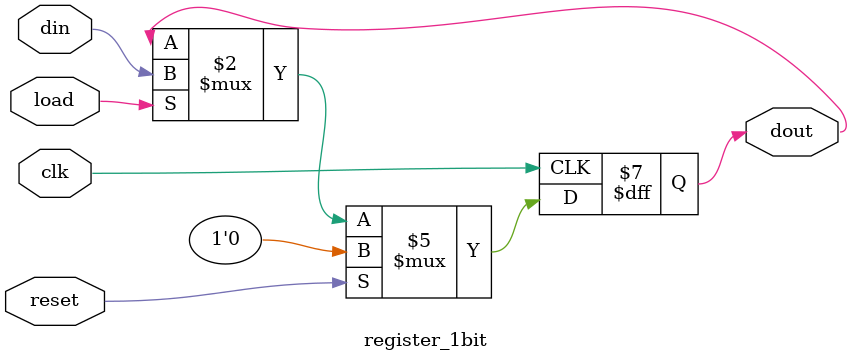
<source format=sv>
`include "assert_macros.sv"
	
	typedef enum {
	  
	  start  	,
	  fetch0  	,
	  fetch1	, 
	  fetch2	,
	  decode	, 
	  not_and_add0,	
	  jsr0,
	  br0 ,
	  ld0 ,
	  ld1 ,
	  ld2 ,
	  st0 ,
	  st1 ,
	  st2 ,
	  jmp0,
	  ldi0,
	  ldi1,
	  ldi2,
	  ldi3,
	  ldi4,
	  ldr0,
	  ldr1,
	  ldr2,
	  lea0,
	  sti0,
	  sti1,
	  sti2,
	  sti3,
	  sti4,
	  str0,
	  str1,
	  str2,
	  trap0,
	  trap1,
	  jsrr0,
	  rti,
	  ioe
	  
    } stateTypedef;


module khalil_LC3(clk, reset, memwe, mdr, mar, memOut);

    output logic [15:0] mdr, mar;
	output logic memwe;
	input logic [15:0] memOut;
    input logic clk; 
    input logic reset;
	logic [15:0] pc, r0_out, r1_out, r2_out, r3_out, r4_out, r5_out, r6_out, r7_out;
	logic n_flag, z_flag, p_flag;
	
	int state_logic;
	assign state_logic = Control.currentState;
	int dut_id = 1;

	logic[15:0] ir;
    logic[1:0] aluControl;
    logic[2:0] SR1;
    logic[2:0] SR2;
	  logic[2:0] DR;
    logic[1:0] selPC;
    logic[1:0] selEAB2;
    logic enaALU;
    logic regWE;
    logic enaMARM;
    logic selMAR;
    logic selEAB1;
    logic enaPC;
    logic ldPC;
    logic ldIR;
    logic enaMDR;
    logic flagWE;
	logic [15:0] Buss; 
	
/* 	ERR_RESET_SHOULD_SET_ALL_REGISTERS_TO_ZERO:
		`assert_clk(reset |-> pc==16'h0 && ir==16'h0 && mdr==16'h0 && mar==16'h0 && n_flag==0 && z_flag==0 && p_flag==0);
	
	ERR_FLAGS_SHOULD_NOT_BE_HIGH_AT_THE_SAME_TIME:
		`assert_clk(!((n_flag && p_flag) || (n_flag && z_flag) || (z_flag && p_flag)));
	
	ERR_MEMWE_IS_HIGH_DURING_NON_STORE_INSTRUCTION:
		`assert_clk((Control.opCode != 4'b0011) && (Control.opCode != 4'b0111) && (Control.opCode != 4'b1011) |-> !memwe);
	
	ERR_MEMWE_IS_HIGH_FOR_MORE_THAN_ONE_CLK_CYCLE:
		`assert_clk(memwe |-> ##1 !memwe);
	
	ERR_MORE_THAN_ONE_BUS_DRIVER:
		`assert_clk($onehot0({enaPC, enaMARM, enaMDR, enaALU})); */



	Datapath Datapath(.N(n_flag), .Z(z_flag), .P(p_flag), .IR(ir), .aluControl(aluControl), .SR1(SR1), .SR2(SR2), .DR(DR), .selPC(selPC), .selEAB2(selEAB2), .enaALU(enaALU), .regWE(regWE), .enaMARM(enaMARM), .selMAR(selMAR), .selEAB1(selEAB1), .enaPC(enaPC), .ldPC(ldPC), .ldIR(ldIR), .ldMAR(ldMAR), .ldMDR(ldMDR), .selMDR(selMDR), .memWE(memwe), .enaMDR(enaMDR), .flagWE(flagWE), .clk(clk), .reset(reset), .Buss_out(Buss), .mdrOut(mdr), .PCW(pc), .r0_out(r0_out), .r1_out(r1_out), .r2_out(r2_out), .r3_out(r3_out), .r4_out(r4_out), .r5_out(r5_out), .r6_out(r6_out), .r7_out(r7_out));
	//Datapath Datapath(.N(n_flag), .Z(z_flag), .P(p_flag), .IR(ir), .Buss_out(Buss), .*);

//	ControlUnit Control(.N(n_flag), .Z(z_flag), .P(p_flag), .IR(ir), aluControl, SR1, SR2, DR, selPC, selEAB2, enaALU, regWE, enaMARM, selMAR, selEAB1, enaPC, ldPC, ldIR, ldMAR, ldMDR, selMDR, memWE, enaMDR, flagWE, clk, reset);
	ControlUnit Control(.N(n_flag), .Z(z_flag), .P(p_flag), .IR(ir), .memWE(memwe), .*);

	//MAR MAR0(Buss, clk, reset, ldMAR, .MARReg(mar));
	MAR MAR0(.MARReg(mar), .*);	  
	MDR MDR0(.MDRReg(mdr), .*);
	//MDR MDR0(Buss, memOut, selMDR, clk, reset, ldMDR, .mdrOut(mdr));

endmodule

/*     input logic memWE,
    input logic enaMDR,
    input logic flagWE,
    input logic clk,
    input logic reset,
    output logic [15:0] Buss_out,
    input logic [15:0] mdrOut,
    output logic[15:0] PCW, */

module ControlUnit(
   input logic N,
    input logic Z,
    input logic P,
    input logic [15:0] IR,
    output logic [1:0] aluControl,
    output logic [2:0] SR1,
    output logic [2:0] SR2,
    output logic [2:0] DR,
    output logic [1:0] selPC,
    output logic [1:0] selEAB2,
    output logic enaALU,
    output logic regWE,
    output logic enaMARM,
    output logic selMAR,
    output logic selEAB1,
    output logic enaPC,
    output logic ldPC,
    output logic ldIR,
    output logic ldMAR,
    output logic ldMDR,
    output logic selMDR,
    output logic memWE,
    output logic enaMDR,
    output logic flagWE,
    input logic clk,
    input logic reset
    );
	
	
	
	
	logic[3:0] opCode;
	logic[28:0] signals;
	stateTypedef nextState;
	stateTypedef currentState;
	

	
	assign opCode = IR[15:12];
		  
  stateTypedef decoded_nextState;
  logic TB;
  
  assign state = currentState;
  
  assign TB = ((N && IR[11])||(Z&&IR[10])||(P&&IR[9]));
  
  assign decoded_nextState = ( (opCode == 4'b1001) || (opCode == 4'b0001) || (opCode == 4'b0101) ) ? not_and_add0:
						(opCode == 4'b0100 && IR[11] == 1) ? jsr0:
						(opCode == 4'b0100 && IR[11] == 0) ? jsrr0:
						(opCode == 4'b0000) ? br0:
						(opCode == 4'b0010) ? ld0:
						(opCode == 4'b0011) ? st0:
						(opCode == 4'b1100) ? jmp0: 
						(opCode == 4'b1010) ? ldi0:
						(opCode == 4'b0110)? ldr0:
						(opCode == 4'b1110)? lea0:
						(opCode == 4'b1011)? sti0:
						(opCode == 4'b0111)? str0:
						(opCode == 4'b1111)? trap0:
						(opCode == 4'b1101)? ioe:
						(opCode == 4'b1000)? rti:
						//(opCode == 4'b1000)? jmp0:	//If opcode is rti, go to jmp0 (ret) state.				
						 fetch0;						
  
  
  always_ff @(posedge clk)
    begin
		if (reset)
			currentState <= start;
		else
			currentState <= nextState;
	 end
		
	 
  always_comb
unique case(currentState)
		start			:	nextState = fetch0;
		fetch0			:	nextState = fetch1;
		fetch1			:	nextState = fetch2;
		fetch2			:	nextState = decode;
		decode			:	nextState = decoded_nextState;
		not_and_add0	:	nextState = fetch0;
		jsr0			:	nextState = fetch0;
		//jsr1			:	nextState = fetch0;
		jsrr0			: 	nextState = fetch0;
		//jsrr1			:	nextState = fetch0;
		br0				:	nextState = fetch0;
		ld0				:	nextState = ld1;
		ld1				:	nextState = ld2;
		ld2				:	nextState = fetch0;
		st0				:	nextState = st1;
		st1				:	nextState = st2;
		st2				:	nextState = fetch0;
		jmp0			:	nextState = fetch0;
		ldi0			:	nextState = ldi1;
		ldi1			:	nextState = ldi2;
		ldi2			:	nextState = ldi3;
		ldi3			:	nextState = ldi4;
		ldi4			:	nextState = fetch0;
		ldr0			:	nextState = ldr1;
		ldr1			:	nextState = ldr2;
		ldr2			:	nextState = fetch0;
		lea0			: 	nextState = fetch0;
		sti0			:	nextState = sti1;
		sti1			:	nextState = sti2;
		sti2			:	nextState = sti3;
		sti3			:	nextState = sti4;
		sti4			:	nextState = fetch0;
		str0			:	nextState = str1;
		str1			:	nextState = str2;
		str2			:	nextState = fetch0;
		trap0			:	nextState = trap1;
		trap1			:	nextState = fetch0;
		ioe				: 	nextState = fetch0;
		rti				: 	nextState = fetch0;
		//trap2			:	nextState = fetch0;
		default			:	nextState = fetch0; //$display("Error: Bad state: %h", currentState);
		
		
	endcase
	 		
							  
	
	assign signals = (currentState == fetch0)? 29'b00000000000000000000010010000:// ldMAR enaPC
						  (currentState == fetch1)? 29'b00000000000000000000001001100:// selMDR ldMDR ldPC
						  (currentState == fetch2)? 29'b00000000000000000000000100001:// enaMDR ldIR
						  (currentState == decode)? 29'b00000000000000000000000000000:
						  (currentState == ioe)? 29'b00000000000000000000000000000:
						  (currentState == rti)? 29'b00000000000000000000000000000:
						  (currentState == not_and_add0)? {(IR[15:14] + 2'b01), IR[8:6], IR[2:0], IR[11:9], 18'b000001110000000000}:// flagWE regWE enaALU
						  (currentState == jsr0)? 29'b00000000111010110100011000000:// ldPC enaPC regWE selEAB2=11 selPC=01 DR=7
						  (currentState == jsrr0)? {2'b00, IR[8:6], 24'b000111011000100011000000}: // ldPC enaPC regWE selEAB1 selPC=01 DR=7
						  (currentState == br0)? {22'b0000000000001010000000, TB, 6'b000000}: // selEAB2=10 selPC=01
						  (currentState == ld0)? 29'b00000000000000100001000010000:// ldMAR enaMARM selEAB2=10
						  (currentState == ld1)? 29'b00000000000000000000000001100:// selMDR ldMDR
						  (currentState == ld2)? {8'b00000000, IR[11:9], 18'b000000110000000001}: // enaMDR flagWE regWE
						  (currentState == st0)? 29'b00000000000000100001000010000:// ldMAR enaMARM selEAB2=10
						  (currentState == st1)? {2'b00, IR[11:9], 24'b000000000001000000001000}:// ldMDR enaALU
						  (currentState == st2)? 29'b00000000000000000000000000010: // memWE
						  (currentState == ldi0)? 29'b00000000000000100001000010000: // ldMAR enaMARM selEAB2=10
						  (currentState == ldi1)? 29'b00000000000000000000000001100: // selMDR ldMDR
						  (currentState == ldi2)? 29'b00000000000000000000000010001:// enaMDR ldMAR
						  (currentState == ldi3)? 29'b00000000000000000000000001100: // selMDR ldMDR
						  (currentState == ldi4)? {8'b00000000, IR[11:9], 18'b000000110000000001}: // enaMDR flagWE regWE
						  (currentState == ldr0)? {2'b00, IR[8:6], 24'b000000001010001000010000}://ldMAR enaMARM selEAB2=01 selEAB1
						  (currentState == ldr1)? 29'b00000000000000000000000001100:// selMDR ldMDR 
						  (currentState == ldr2)? {8'b00000000, IR[11:9], 18'b000000110000000001}://enaMDR flagWE regWE
						  (currentState == lea0)? {8'b00000000, IR[11:9], 18'b000100111000000000}:// enaMARM flagWE regWE selEAB2=10
						  (currentState == sti0)? 29'b00000000000000100001000010000:// ldMAR enaMARM selEAB2=10
						  (currentState == sti1)? 29'b00000000000000000000000001100:// selMDR ldMDR
						  (currentState == sti2)? 29'b00000000000000000000000010001:// enaMDR ldMAR
						  (currentState == sti3)? {2'b00, IR[11:9], 24'b000000000001000000001000}:// ldMDR enaALU
						  (currentState == sti4)? 29'b00000000000000000000000000010:// memWE
						  (currentState == str0)? {2'b00, IR[8:6], 24'b000000001010001000010000}:// ldMAR enaMARM selEAB2=01 selEAB1
						  (currentState == str1)? {2'b00, IR[11:9], 24'b000000000001000000001000}:// ldMDR enaALU
						  (currentState == str2)? 29'b00000000000000000000000000010:// memWE
						  (currentState == trap0)? 29'b00000000111000000100010000000:// enaPC regWE DR=7
						  (currentState == trap1)? 29'b00000000000100000001101000000:// ldPC selMAR enaMARM selPC=10
						  {2'b00, IR[8:6], 24'b000000011000000001000000};// ldPC selEAB1 selPC=01 (JMP)
						  
	assign aluControl = signals[28:27];
	assign SR1 = signals[26:24];
	assign SR2 = signals[23:21];
	assign DR = signals[20:18];
	assign selPC = signals[17:16];
	assign selEAB1 = signals[15];
	assign selEAB2 = signals[14:13];
	assign enaALU = signals[12];
	assign regWE = signals[11];
	assign flagWE = signals[10];
	assign enaMARM = signals[9];
	assign selMAR = signals[8];
	assign enaPC = signals[7];
	assign ldPC = signals[6];
	assign ldIR = signals[5];
	assign ldMAR = signals[4];
	assign ldMDR = signals[3];
	assign selMDR = signals[2];
	assign memWE = signals[1];
	assign enaMDR = signals[0];


endmodule


module Datapath(
    output logic[15:0] IR,
    output logic N,
    output logic Z,
    output logic P,
    input logic[1:0] aluControl,
    input logic[2:0] SR1,
    input logic[2:0] SR2,
    input logic[2:0] DR,
    input logic[1:0] selPC,
    input logic[1:0] selEAB2,
    input logic enaALU,
    input logic regWE,
    input logic enaMARM,
    input logic selMAR,
    input logic selEAB1,
    input logic enaPC,
    input logic ldPC,
    input logic ldIR,
    input logic ldMAR,
    input logic ldMDR,
    input logic selMDR,
    input logic memWE,
    input logic enaMDR,
    input logic flagWE,
    input logic clk,
    input logic reset,
    output logic [15:0] Buss_out,
    input logic [15:0] mdrOut,
    output logic[15:0] PCW,
    output logic[15:0] r0_out,
    output logic[15:0] r1_out,
    output logic[15:0] r2_out,
    output logic[15:0] r3_out,
    output logic[15:0] r4_out,
    output logic[15:0] r5_out,
    output logic[15:0] r6_out,
    output logic[15:0] r7_out
    );

	 
	 
	 wire[15:0] Buss;
	 assign Buss_out = Buss;
	 logic[15:0] MARMuxOut, Ra, Rb, aluOut, eabOut;
 	 
	 
	 
	 //MARMux Logic
	 wire[15:0] ZExt;
	 assign MARMuxOut = selMAR?ZExt:eabOut;
	 assign ZExt = { {8{1'b0}} , IR[7:0]};
	 
	//IR Logic
	register IRBox(IR, clk, Buss, reset, ldIR);

	//ALU Logic
	wire[15:0] a, b;
	assign a = { {11{IR[4]}} ,IR[4:0]};
	assign b = IR[5]?a:Rb;
	assign aluOut = (aluControl == 2'b00) ? Ra:
				    (aluControl == 2'b01) ? b + Ra:
					(aluControl == 2'b10) ? b & Ra:
						                       ~Ra;
						                       
	 //EAB Logic
	 wire[15:0] addr2mux_out, addr1mux_out, a1, b1, c1;
	 
	 assign addr2mux_out = (selEAB2 == 2'b00) ? 16'd0:
							   (selEAB2 == 2'b01) ? c1: 
							   (selEAB2 == 2'b10) ? b1: 
										   		    a1;
															 
	assign addr1mux_out = selEAB1?Ra:PCW;
		
	assign eabOut = addr2mux_out + addr1mux_out;
		
	assign c1 = { {10{IR[5]}} , IR[5:0]};
	assign b1 = { {7{IR[8]}} ,IR[8:0]};
	assign a1 = { {5{IR[10]}} ,IR[10:0]};

	//NZP logic
	wire[2:0] IFL_out;
	register_1bit ZBox(Z, clk, IFL_out[1], reset, flagWE);
	register_1bit NBox(N, clk, IFL_out[2], reset, flagWE);
	register_1bit PBox(P, clk, IFL_out[0], reset, flagWE);
	assign IFL_out = (Buss == 16'd0) ? 3'b010:
				  (Buss[15] == 1'b0) ? 3'b001:
									   3'b100;					

	//PC logic
	wire[15:0] PCMUX_out;
	 
	assign PCMUX_out = (selPC == 2'b00) ? (PCW + 16'd1):
		    				  (selPC == 2'b01) ? eabOut: 
						  						   Buss;
																													
	register pcBox(PCW, clk, PCMUX_out, reset, ldPC);
															

	 //Register File Logic
	 wire[7:0] WEline;
	 
	 register reg_1(r0_out, clk, Buss, reset, WEline[0]);
	 register reg_2(r1_out, clk, Buss, reset, WEline[1]);
	 register reg_3(r2_out, clk, Buss, reset, WEline[2]);
	 register reg_4(r3_out, clk, Buss, reset, WEline[3]);
	 register reg_5(r4_out, clk, Buss, reset, WEline[4]);
	 register reg_6(r5_out, clk, Buss, reset, WEline[5]);
	 register reg_7(r6_out, clk, Buss, reset, WEline[6]);
	 register reg_8(r7_out, clk, Buss, reset, WEline[7]);
	 
	 assign WEline = (regWE) ? 8'd1 << DR: 8'd0;
	 
	 
	 assign Ra = (SR1 == 3'b000) ? r0_out:
					 (SR1 == 3'b001) ? r1_out:
					 (SR1 == 3'b010) ? r2_out:
					 (SR1 == 3'b011) ? r3_out:
					 (SR1 == 3'b100) ? r4_out:
					 (SR1 == 3'b101) ? r5_out:
					 (SR1 == 3'b110) ? r6_out:
									   r7_out;
											 
	 assign Rb = (SR2 == 3'b000) ? r0_out:
				 (SR2 == 3'b001) ? r1_out:
				 (SR2 == 3'b010) ? r2_out:
				 (SR2 == 3'b011) ? r3_out:
				 (SR2 == 3'b100) ? r4_out:
				 (SR2 == 3'b101) ? r5_out:
				 (SR2 == 3'b110) ? r6_out:
								   r7_out;										 
	 
	 assign Buss = (enaPC)? PCW:(16'bZZZZZZZZZZZZZZZZ);
	 assign Buss = (enaMARM)? MARMuxOut:(16'bZZZZZZZZZZZZZZZZ);
	 assign Buss = (enaMDR)? mdrOut:(16'bZZZZZZZZZZZZZZZZ);
	 assign Buss = (enaALU)? aluOut:(16'bZZZZZZZZZZZZZZZZ); 
	 
 
endmodule


module MAR(Buss, clk, reset, ldMAR, MARReg);

	input [15:0] Buss;
	input clk, reset, ldMAR;
	output reg [15:0] MARReg;
	 
	  always @(posedge clk or posedge reset) 
		if (reset == 1'b1) 										   
				MARReg = 0; 
		else if (ldMAR)
				MARReg = Buss;								 					
endmodule				



module MDR(Buss, memOut, selMDR, clk, reset, ldMDR, MDRReg);

	input [15:0] Buss, memOut;
	input clk, reset, ldMDR, selMDR;
	output reg [15:0] MDRReg;

  always @(posedge clk or posedge reset) 
    if (reset == 1'b1) 										   
			MDRReg = 0; 
	else if (ldMDR)
			MDRReg = selMDR?memOut:Buss;		
endmodule


module register(dout, clk, din, reset, load);

	input clk, reset, load;
	input [15:0] din;
	output logic [15:0] dout;

	always @(posedge clk)
	 if (reset) dout <= 16'd0;
	else if (load) dout <= din;
endmodule


module register_1bit(dout, clk, din, reset, load);

	input clk, reset, load;
	input din;
	output logic dout;

	always @(posedge clk)
	 if (reset) dout <= 1'd0;
	else if (load) dout <= din;
endmodule

//n-bit register (parameterizable)
//module register_n(dout, clk, din, reset, load);
//
//	parameter WID=16;
//	input clk, reset, load;
//	input[WID-1:0]din;
//	output logic[WID-1:0] dout;
//
//	always @(posedge clk)
//		if(reset) dout <= 'b0;
//		else if (load) dout <= din;
//endmodule

</source>
